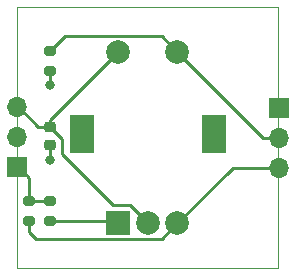
<source format=gbr>
G04 #@! TF.GenerationSoftware,KiCad,Pcbnew,(5.99.0-11522-g728b160719)*
G04 #@! TF.CreationDate,2021-07-25T18:34:51+10:00*
G04 #@! TF.ProjectId,Rotary Encoder,526f7461-7279-4204-956e-636f6465722e,rev?*
G04 #@! TF.SameCoordinates,Original*
G04 #@! TF.FileFunction,Copper,L1,Top*
G04 #@! TF.FilePolarity,Positive*
%FSLAX46Y46*%
G04 Gerber Fmt 4.6, Leading zero omitted, Abs format (unit mm)*
G04 Created by KiCad (PCBNEW (5.99.0-11522-g728b160719)) date 2021-07-25 18:34:51*
%MOMM*%
%LPD*%
G01*
G04 APERTURE LIST*
G04 Aperture macros list*
%AMRoundRect*
0 Rectangle with rounded corners*
0 $1 Rounding radius*
0 $2 $3 $4 $5 $6 $7 $8 $9 X,Y pos of 4 corners*
0 Add a 4 corners polygon primitive as box body*
4,1,4,$2,$3,$4,$5,$6,$7,$8,$9,$2,$3,0*
0 Add four circle primitives for the rounded corners*
1,1,$1+$1,$2,$3*
1,1,$1+$1,$4,$5*
1,1,$1+$1,$6,$7*
1,1,$1+$1,$8,$9*
0 Add four rect primitives between the rounded corners*
20,1,$1+$1,$2,$3,$4,$5,0*
20,1,$1+$1,$4,$5,$6,$7,0*
20,1,$1+$1,$6,$7,$8,$9,0*
20,1,$1+$1,$8,$9,$2,$3,0*%
G04 Aperture macros list end*
G04 #@! TA.AperFunction,Profile*
%ADD10C,0.100000*%
G04 #@! TD*
G04 #@! TA.AperFunction,ComponentPad*
%ADD11R,2.000000X2.000000*%
G04 #@! TD*
G04 #@! TA.AperFunction,ComponentPad*
%ADD12C,2.000000*%
G04 #@! TD*
G04 #@! TA.AperFunction,ComponentPad*
%ADD13R,2.000000X3.200000*%
G04 #@! TD*
G04 #@! TA.AperFunction,ComponentPad*
%ADD14R,1.700000X1.700000*%
G04 #@! TD*
G04 #@! TA.AperFunction,ComponentPad*
%ADD15O,1.700000X1.700000*%
G04 #@! TD*
G04 #@! TA.AperFunction,SMDPad,CuDef*
%ADD16RoundRect,0.200000X0.275000X-0.200000X0.275000X0.200000X-0.275000X0.200000X-0.275000X-0.200000X0*%
G04 #@! TD*
G04 #@! TA.AperFunction,SMDPad,CuDef*
%ADD17RoundRect,0.200000X-0.275000X0.200000X-0.275000X-0.200000X0.275000X-0.200000X0.275000X0.200000X0*%
G04 #@! TD*
G04 #@! TA.AperFunction,SMDPad,CuDef*
%ADD18RoundRect,0.225000X0.250000X-0.225000X0.250000X0.225000X-0.250000X0.225000X-0.250000X-0.225000X0*%
G04 #@! TD*
G04 #@! TA.AperFunction,ViaPad*
%ADD19C,0.800000*%
G04 #@! TD*
G04 #@! TA.AperFunction,Conductor*
%ADD20C,0.250000*%
G04 #@! TD*
G04 APERTURE END LIST*
D10*
X155702000Y-112522000D02*
X133604000Y-112522000D01*
X133604000Y-112522000D02*
X133604000Y-90424000D01*
X133604000Y-90424000D02*
X155702000Y-90424000D01*
X155702000Y-90424000D02*
X155702000Y-112522000D01*
D11*
G04 #@! TO.P,SW1,A,A*
G04 #@! TO.N,/A*
X142153000Y-108723000D03*
D12*
G04 #@! TO.P,SW1,B,B*
G04 #@! TO.N,/B*
X147153000Y-108723000D03*
G04 #@! TO.P,SW1,C,C*
G04 #@! TO.N,GND*
X144653000Y-108723000D03*
D13*
G04 #@! TO.P,SW1,MP*
G04 #@! TO.N,N/C*
X139053000Y-101223000D03*
X150253000Y-101223000D03*
D12*
G04 #@! TO.P,SW1,S1,S1*
G04 #@! TO.N,/SW*
X147153000Y-94223000D03*
G04 #@! TO.P,SW1,S2,S2*
G04 #@! TO.N,GND*
X142153000Y-94223000D03*
G04 #@! TD*
D14*
G04 #@! TO.P,J1,1,Pin_1*
G04 #@! TO.N,+3V3*
X133579000Y-103998000D03*
D15*
G04 #@! TO.P,J1,2,Pin_2*
G04 #@! TO.N,unconnected-(J1-Pad2)*
X133579000Y-101458000D03*
G04 #@! TO.P,J1,3,Pin_3*
G04 #@! TO.N,GND*
X133579000Y-98918000D03*
G04 #@! TD*
D16*
G04 #@! TO.P,R2,1*
G04 #@! TO.N,/A*
X136398000Y-108521000D03*
G04 #@! TO.P,R2,2*
G04 #@! TO.N,+3V3*
X136398000Y-106871000D03*
G04 #@! TD*
D17*
G04 #@! TO.P,R3,1*
G04 #@! TO.N,/SW*
X136398000Y-94171000D03*
G04 #@! TO.P,R3,2*
G04 #@! TO.N,+3V3*
X136398000Y-95821000D03*
G04 #@! TD*
D16*
G04 #@! TO.P,R1,1*
G04 #@! TO.N,/B*
X134620000Y-108521000D03*
G04 #@! TO.P,R1,2*
G04 #@! TO.N,+3V3*
X134620000Y-106871000D03*
G04 #@! TD*
D18*
G04 #@! TO.P,C1,1*
G04 #@! TO.N,+3V3*
X136398000Y-102121000D03*
G04 #@! TO.P,C1,2*
G04 #@! TO.N,GND*
X136398000Y-100571000D03*
G04 #@! TD*
D14*
G04 #@! TO.P,J2,1,Pin_1*
G04 #@! TO.N,/A*
X155727000Y-98948000D03*
D15*
G04 #@! TO.P,J2,2,Pin_2*
G04 #@! TO.N,/SW*
X155727000Y-101488000D03*
G04 #@! TO.P,J2,3,Pin_3*
G04 #@! TO.N,/B*
X155727000Y-104028000D03*
G04 #@! TD*
D19*
G04 #@! TO.N,+3V3*
X136398000Y-103378000D03*
X136398000Y-97028000D03*
G04 #@! TD*
D20*
G04 #@! TO.N,+3V3*
X134620000Y-106871000D02*
X134620000Y-104888980D01*
X136398000Y-97028000D02*
X136398000Y-95821000D01*
X134620000Y-106871000D02*
X136398000Y-106871000D01*
X134620000Y-104888980D02*
X133729020Y-103998000D01*
X136398000Y-103378000D02*
X136398000Y-102121000D01*
G04 #@! TO.N,GND*
X141732000Y-107188000D02*
X137414000Y-102870000D01*
X136398000Y-99978000D02*
X142153000Y-94223000D01*
X137414000Y-102870000D02*
X137414000Y-101587000D01*
X144653000Y-108723000D02*
X143118000Y-107188000D01*
X143118000Y-107188000D02*
X141732000Y-107188000D01*
X136398000Y-100571000D02*
X136398000Y-99978000D01*
X135382020Y-100571000D02*
X133729020Y-98918000D01*
X137414000Y-101587000D02*
X136398000Y-100571000D01*
X136398000Y-100571000D02*
X135382020Y-100571000D01*
G04 #@! TO.N,/B*
X135193511Y-110047511D02*
X145828489Y-110047511D01*
X134620000Y-108521000D02*
X134620000Y-109474000D01*
X134620000Y-109474000D02*
X135193511Y-110047511D01*
X151848000Y-104028000D02*
X155576980Y-104028000D01*
X147153000Y-108723000D02*
X151848000Y-104028000D01*
X145828489Y-110047511D02*
X147153000Y-108723000D01*
G04 #@! TO.N,/A*
X136398000Y-108521000D02*
X141951000Y-108521000D01*
X141951000Y-108521000D02*
X142153000Y-108723000D01*
G04 #@! TO.N,/SW*
X147153000Y-94223000D02*
X145828489Y-92898489D01*
X137670511Y-92898489D02*
X136398000Y-94171000D01*
X147153000Y-94223000D02*
X154418000Y-101488000D01*
X145828489Y-92898489D02*
X137670511Y-92898489D01*
X154418000Y-101488000D02*
X155576980Y-101488000D01*
G04 #@! TD*
M02*

</source>
